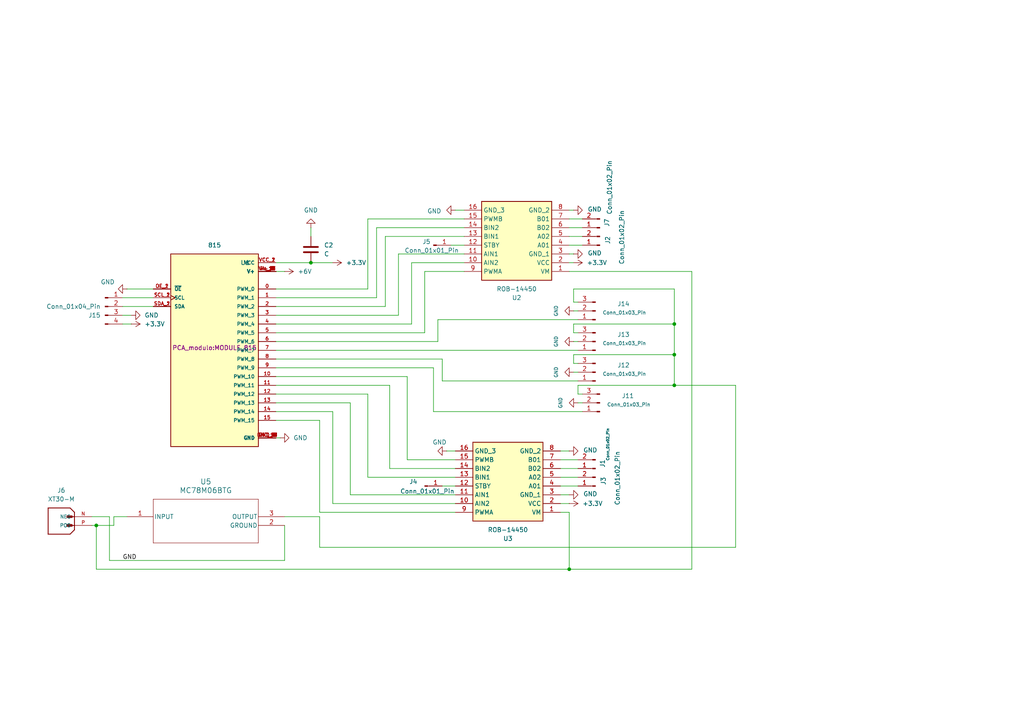
<source format=kicad_sch>
(kicad_sch (version 20250114) (generator "eeschema") (generator_version "9.0")
  (paper "A4")
  (lib_symbols
    (symbol "Connector:Conn_01x01_Pin" (pin_names (offset 1.016) (hide yes))
      (property "Reference" "J" (at 0 2.54 0))
      (property "Value" "Conn_01x01_Pin" (at 0 -2.54 0))
      (symbol "Conn_01x01_Pin_1_1"
        (rectangle (start 0.8636 0.127) (end 0 -0.127) (stroke (width 0.1524)) (fill (type outline)))
        (polyline (pts (xy 1.27 0) (xy 0.8636 0)) (stroke (width 0.1524)))
        (pin passive line (at 5.08 0 180) (length 3.81) (name "Pin_1") (number "1"))
      )
    )
    (symbol "Connector:Conn_01x02_Pin" (pin_names (offset 1.016) (hide yes))
      (property "Reference" "J" (at 0 2.54 0))
      (property "Value" "Conn_01x02_Pin" (at 0 -5.08 0))
      (symbol "Conn_01x02_Pin_1_1"
        (rectangle (start 0.8636 0.127) (end 0 -0.127) (stroke (width 0.1524)) (fill (type outline)))
        (rectangle (start 0.8636 -2.413) (end 0 -2.667) (stroke (width 0.1524)) (fill (type outline)))
        (polyline (pts (xy 1.27 0) (xy 0.8636 0)) (stroke (width 0.1524)))
        (polyline (pts (xy 1.27 -2.54) (xy 0.8636 -2.54)) (stroke (width 0.1524)))
        (pin passive line (at 5.08 0 180) (length 3.81) (name "Pin_1") (number "1"))
        (pin passive line (at 5.08 -2.54 180) (length 3.81) (name "Pin_2") (number "2"))
      )
    )
    (symbol "Connector:Conn_01x03_Pin" (pin_names (offset 1.016) (hide yes))
      (property "Reference" "J" (at 0 5.08 0))
      (property "Value" "Conn_01x03_Pin" (at 0 -5.08 0))
      (symbol "Conn_01x03_Pin_1_1"
        (rectangle (start 0.8636 2.667) (end 0 2.413) (stroke (width 0.1524)) (fill (type outline)))
        (rectangle (start 0.8636 0.127) (end 0 -0.127) (stroke (width 0.1524)) (fill (type outline)))
        (rectangle (start 0.8636 -2.413) (end 0 -2.667) (stroke (width 0.1524)) (fill (type outline)))
        (polyline (pts (xy 1.27 2.54) (xy 0.8636 2.54)) (stroke (width 0.1524)))
        (polyline (pts (xy 1.27 0) (xy 0.8636 0)) (stroke (width 0.1524)))
        (polyline (pts (xy 1.27 -2.54) (xy 0.8636 -2.54)) (stroke (width 0.1524)))
        (pin passive line (at 5.08 2.54 180) (length 3.81) (name "Pin_1") (number "1"))
        (pin passive line (at 5.08 0 180) (length 3.81) (name "Pin_2") (number "2"))
        (pin passive line (at 5.08 -2.54 180) (length 3.81) (name "Pin_3") (number "3"))
      )
    )
    (symbol "Connector:Conn_01x04_Pin" (pin_names (offset 1.016) (hide yes))
      (property "Reference" "J" (at 0 5.08 0))
      (property "Value" "Conn_01x04_Pin" (at 0 -7.62 0))
      (symbol "Conn_01x04_Pin_1_1"
        (rectangle (start 0.8636 2.667) (end 0 2.413) (stroke (width 0.1524)) (fill (type outline)))
        (rectangle (start 0.8636 0.127) (end 0 -0.127) (stroke (width 0.1524)) (fill (type outline)))
        (rectangle (start 0.8636 -2.413) (end 0 -2.667) (stroke (width 0.1524)) (fill (type outline)))
        (rectangle (start 0.8636 -4.953) (end 0 -5.207) (stroke (width 0.1524)) (fill (type outline)))
        (polyline (pts (xy 1.27 2.54) (xy 0.8636 2.54)) (stroke (width 0.1524)))
        (polyline (pts (xy 1.27 0) (xy 0.8636 0)) (stroke (width 0.1524)))
        (polyline (pts (xy 1.27 -2.54) (xy 0.8636 -2.54)) (stroke (width 0.1524)))
        (polyline (pts (xy 1.27 -5.08) (xy 0.8636 -5.08)) (stroke (width 0.1524)))
        (pin passive line (at 5.08 2.54 180) (length 3.81) (name "Pin_1") (number "1"))
        (pin passive line (at 5.08 0 180) (length 3.81) (name "Pin_2") (number "2"))
        (pin passive line (at 5.08 -2.54 180) (length 3.81) (name "Pin_3") (number "3"))
        (pin passive line (at 5.08 -5.08 180) (length 3.81) (name "Pin_4") (number "4"))
      )
    )
    (symbol "Device:C" (pin_numbers (hide yes)) (pin_names (offset 0.254))
      (property "Reference" "C" (at 0.635 2.54 0))
      (property "Value" "C" (at 0.635 -2.54 0))
      (symbol "C_0_1"
        (polyline (pts (xy -2.032 0.762) (xy 2.032 0.762)) (stroke (width 0.508)))
        (polyline (pts (xy -2.032 -0.762) (xy 2.032 -0.762)) (stroke (width 0.508)))
      )
      (symbol "C_1_1"
        (pin passive line (at 0 3.81 270) (length 2.794) (name "~") (number "1"))
        (pin passive line (at 0 -3.81 90) (length 2.794) (name "~") (number "2"))
      )
    )
    (symbol "MC78M06:MC78M06BTG" (pin_names (offset 0.254))
      (property "Reference" "U" (at 22.86 10.16 0))
      (property "Value" "MC78M06BTG" (at 22.86 7.62 0))
      (symbol "MC78M06BTG_0_1"
        (polyline (pts (xy 7.62 5.08) (xy 7.62 -7.62)) (stroke (width 0.127)))
        (polyline (pts (xy 7.62 -7.62) (xy 38.1 -7.62)) (stroke (width 0.127)))
        (polyline (pts (xy 38.1 5.08) (xy 7.62 5.08)) (stroke (width 0.127)))
        (polyline (pts (xy 38.1 -7.62) (xy 38.1 5.08)) (stroke (width 0.127)))
        (pin input line (at 0 0 0) (length 7.62) (name "INPUT") (number "1"))
        (pin output line (at 45.72 0 180) (length 7.62) (name "OUTPUT") (number "3"))
        (pin power_in line (at 45.72 -2.54 180) (length 7.62) (name "GROUND") (number "2"))
      )
    )
    (symbol "PCA9685_modulo:815" (pin_names (offset 1.016))
      (property "Reference" "U" (at -12.7 28.702 0))
      (property "Value" "815" (at -12.7 -30.48 0))
      (symbol "815_0_0"
        (rectangle (start -12.7 -27.94) (end 12.7 27.94) (stroke (width 0.254)) (fill (type background)))
        (pin input line (at -17.78 17.78 0) (length 5.08) (name "~{OE}") (number "OE_1"))
        (pin input line (at -17.78 17.78 0) (length 5.08) (name "~{OE}") (number "OE_2"))
        (pin input clock (at -17.78 15.24 0) (length 5.08) (name "SCL") (number "SCL_1"))
        (pin input clock (at -17.78 15.24 0) (length 5.08) (name "SCL") (number "SCL_2"))
        (pin bidirectional line (at -17.78 12.7 0) (length 5.08) (name "SDA") (number "SDA_1"))
        (pin bidirectional line (at -17.78 12.7 0) (length 5.08) (name "SDA") (number "SDA_2"))
        (pin power_in line (at 17.78 25.4 180) (length 5.08) (name "VCC") (number "VCC_1"))
        (pin power_in line (at 17.78 25.4 180) (length 5.08) (name "VCC") (number "VCC_2"))
        (pin power_in line (at 17.78 22.86 180) (length 5.08) (name "V+") (number "V+_1"))
        (pin power_in line (at 17.78 22.86 180) (length 5.08) (name "V+") (number "V+_10"))
        (pin power_in line (at 17.78 22.86 180) (length 5.08) (name "V+") (number "V+_11"))
        (pin power_in line (at 17.78 22.86 180) (length 5.08) (name "V+") (number "V+_12"))
        (pin power_in line (at 17.78 22.86 180) (length 5.08) (name "V+") (number "V+_13"))
        (pin power_in line (at 17.78 22.86 180) (length 5.08) (name "V+") (number "V+_14"))
        (pin power_in line (at 17.78 22.86 180) (length 5.08) (name "V+") (number "V+_15"))
        (pin power_in line (at 17.78 22.86 180) (length 5.08) (name "V+") (number "V+_16"))
        (pin power_in line (at 17.78 22.86 180) (length 5.08) (name "V+") (number "V+_17"))
        (pin power_in line (at 17.78 22.86 180) (length 5.08) (name "V+") (number "V+_18"))
        (pin power_in line (at 17.78 22.86 180) (length 5.08) (name "V+") (number "V+_2"))
        (pin power_in line (at 17.78 22.86 180) (length 5.08) (name "V+") (number "V+_3"))
        (pin power_in line (at 17.78 22.86 180) (length 5.08) (name "V+") (number "V+_4"))
        (pin power_in line (at 17.78 22.86 180) (length 5.08) (name "V+") (number "V+_5"))
        (pin power_in line (at 17.78 22.86 180) (length 5.08) (name "V+") (number "V+_6"))
        (pin power_in line (at 17.78 22.86 180) (length 5.08) (name "V+") (number "V+_7"))
        (pin power_in line (at 17.78 22.86 180) (length 5.08) (name "V+") (number "V+_8"))
        (pin power_in line (at 17.78 22.86 180) (length 5.08) (name "V+") (number "V+_9"))
        (pin output line (at 17.78 17.78 180) (length 5.08) (name "PWM_0") (number "0"))
        (pin output line (at 17.78 15.24 180) (length 5.08) (name "PWM_1") (number "1"))
        (pin output line (at 17.78 12.7 180) (length 5.08) (name "PWM_2") (number "2"))
        (pin output line (at 17.78 10.16 180) (length 5.08) (name "PWM_3") (number "3"))
        (pin output line (at 17.78 7.62 180) (length 5.08) (name "PWM_4") (number "4"))
        (pin output line (at 17.78 5.08 180) (length 5.08) (name "PWM_5") (number "5"))
        (pin output line (at 17.78 2.54 180) (length 5.08) (name "PWM_6") (number "6"))
        (pin output line (at 17.78 0 180) (length 5.08) (name "PWM_7") (number "7"))
        (pin output line (at 17.78 -2.54 180) (length 5.08) (name "PWM_8") (number "8"))
        (pin output line (at 17.78 -5.08 180) (length 5.08) (name "PWM_9") (number "9"))
        (pin output line (at 17.78 -7.62 180) (length 5.08) (name "PWM_10") (number "10"))
        (pin output line (at 17.78 -10.16 180) (length 5.08) (name "PWM_11") (number "11"))
        (pin output line (at 17.78 -12.7 180) (length 5.08) (name "PWM_12") (number "12"))
        (pin output line (at 17.78 -15.24 180) (length 5.08) (name "PWM_13") (number "13"))
        (pin output line (at 17.78 -17.78 180) (length 5.08) (name "PWM_14") (number "14"))
        (pin output line (at 17.78 -20.32 180) (length 5.08) (name "PWM_15") (number "15"))
        (pin power_in line (at 17.78 -25.4 180) (length 5.08) (name "GND") (number "GND_1"))
        (pin power_in line (at 17.78 -25.4 180) (length 5.08) (name "GND") (number "GND_10"))
        (pin power_in line (at 17.78 -25.4 180) (length 5.08) (name "GND") (number "GND_11"))
        (pin power_in line (at 17.78 -25.4 180) (length 5.08) (name "GND") (number "GND_12"))
        (pin power_in line (at 17.78 -25.4 180) (length 5.08) (name "GND") (number "GND_13"))
        (pin power_in line (at 17.78 -25.4 180) (length 5.08) (name "GND") (number "GND_14"))
        (pin power_in line (at 17.78 -25.4 180) (length 5.08) (name "GND") (number "GND_15"))
        (pin power_in line (at 17.78 -25.4 180) (length 5.08) (name "GND") (number "GND_16"))
        (pin power_in line (at 17.78 -25.4 180) (length 5.08) (name "GND") (number "GND_17"))
        (pin power_in line (at 17.78 -25.4 180) (length 5.08) (name "GND") (number "GND_18"))
        (pin power_in line (at 17.78 -25.4 180) (length 5.08) (name "GND") (number "GND_2"))
        (pin power_in line (at 17.78 -25.4 180) (length 5.08) (name "GND") (number "GND_3"))
        (pin power_in line (at 17.78 -25.4 180) (length 5.08) (name "GND") (number "GND_4"))
        (pin power_in line (at 17.78 -25.4 180) (length 5.08) (name "GND") (number "GND_5"))
        (pin power_in line (at 17.78 -25.4 180) (length 5.08) (name "GND") (number "GND_6"))
        (pin power_in line (at 17.78 -25.4 180) (length 5.08) (name "GND") (number "GND_7"))
        (pin power_in line (at 17.78 -25.4 180) (length 5.08) (name "GND") (number "GND_8"))
        (pin power_in line (at 17.78 -25.4 180) (length 5.08) (name "GND") (number "GND_9"))
      )
    )
    (symbol "ROB-14450:ROB-14450"
      (property "Reference" "U" (at 26.67 7.62 0))
      (property "Value" "ROB-14450" (at 26.67 5.08 0))
      (symbol "ROB-14450_1_1"
        (rectangle (start 5.08 2.54) (end 25.4 -20.32) (stroke (width 0.254)) (fill (type background)))
        (pin passive line (at 0 0 0) (length 5.08) (name "VM") (number "1"))
        (pin passive line (at 0 -2.54 0) (length 5.08) (name "VCC") (number "2"))
        (pin passive line (at 0 -5.08 0) (length 5.08) (name "GND_1") (number "3"))
        (pin passive line (at 0 -7.62 0) (length 5.08) (name "A01") (number "4"))
        (pin passive line (at 0 -10.16 0) (length 5.08) (name "A02") (number "5"))
        (pin passive line (at 0 -12.7 0) (length 5.08) (name "B02") (number "6"))
        (pin passive line (at 0 -15.24 0) (length 5.08) (name "B01") (number "7"))
        (pin passive line (at 0 -17.78 0) (length 5.08) (name "GND_2") (number "8"))
        (pin passive line (at 30.48 0 180) (length 5.08) (name "PWMA") (number "9"))
        (pin passive line (at 30.48 -2.54 180) (length 5.08) (name "AIN2") (number "10"))
        (pin passive line (at 30.48 -5.08 180) (length 5.08) (name "AIN1") (number "11"))
        (pin passive line (at 30.48 -7.62 180) (length 5.08) (name "STBY") (number "12"))
        (pin passive line (at 30.48 -10.16 180) (length 5.08) (name "BIN1") (number "13"))
        (pin passive line (at 30.48 -12.7 180) (length 5.08) (name "BIN2") (number "14"))
        (pin passive line (at 30.48 -15.24 180) (length 5.08) (name "PWMB") (number "15"))
        (pin passive line (at 30.48 -17.78 180) (length 5.08) (name "GND_3") (number "16"))
      )
    )
    (symbol "XT60:XT60-M" (pin_names (offset 1.016))
      (property "Reference" "J" (at 0 6.35 0))
      (property "Value" "XT60-M" (at 0 -5.08 0))
      (symbol "XT60-M_0_0"
        (polyline (pts (xy 0 3.81) (xy 0 2.54)) (stroke (width 0.254)))
        (polyline (pts (xy 0 3.81) (xy 1.27 5.08)) (stroke (width 0.254)))
        (polyline (pts (xy 0 2.54) (xy 0 -1.27)) (stroke (width 0.254)))
        (polyline (pts (xy 0 2.54) (xy 1.905 2.54)) (stroke (width 0.254)))
        (polyline (pts (xy 0 0) (xy 1.905 0)) (stroke (width 0.254)))
        (polyline (pts (xy 0 -1.27) (xy 1.27 -2.54)) (stroke (width 0.254)))
        (rectangle (start 0.635 2.2225) (end 2.2225 2.8575) (stroke (width 0.1)) (fill (type outline)))
        (rectangle (start 0.635 -0.3175) (end 2.2225 0.3175) (stroke (width 0.1)) (fill (type outline)))
        (polyline (pts (xy 1.27 -2.54) (xy 7.62 -2.54)) (stroke (width 0.254)))
        (polyline (pts (xy 7.62 5.08) (xy 1.27 5.08)) (stroke (width 0.254)))
        (polyline (pts (xy 7.62 -2.54) (xy 7.62 5.08)) (stroke (width 0.254)))
        (pin passive line (at -5.08 2.54 0) (length 5.08) (name "POS") (number "P"))
        (pin passive line (at -5.08 0 0) (length 5.08) (name "NEG") (number "N"))
      )
    )
    (symbol "power:+3.3V" (power) (pin_numbers (hide yes)) (pin_names (offset 0) (hide yes))
      (property "Value" "+3.3V" (at 0 3.556 0))
      (symbol "+3.3V_0_1"
        (polyline (pts (xy -0.762 1.27) (xy 0 2.54)))
        (polyline (pts (xy 0 2.54) (xy 0.762 1.27)))
        (polyline (pts (xy 0 0) (xy 0 2.54)))
      )
      (symbol "+3.3V_1_1"
        (pin power_in line (at 0 0 90) (length 0) (name "~") (number "1"))
      )
    )
    (symbol "power:+6V" (power) (pin_numbers (hide yes)) (pin_names (offset 0) (hide yes))
      (property "Value" "+6V" (at 0 3.556 0))
      (symbol "+6V_0_1"
        (polyline (pts (xy -0.762 1.27) (xy 0 2.54)))
        (polyline (pts (xy 0 2.54) (xy 0.762 1.27)))
        (polyline (pts (xy 0 0) (xy 0 2.54)))
      )
      (symbol "+6V_1_1"
        (pin power_in line (at 0 0 90) (length 0) (name "~") (number "1"))
      )
    )
    (symbol "power:GND" (power) (pin_numbers (hide yes)) (pin_names (offset 0) (hide yes))
      (property "Value" "GND" (at 0 -3.81 0))
      (symbol "GND_0_1"
        (polyline (pts (xy 0 0) (xy 0 -1.27) (xy 1.27 -1.27) (xy 0 -2.54) (xy -1.27 -1.27) (xy 0 -1.27)))
      )
      (symbol "GND_1_1"
        (pin power_in line (at 0 0 270) (length 0) (name "~") (number "1"))
      )
    )
  )
  (junction (at 195.58 102.87))
  (junction (at 195.58 111.76))
  (junction (at 27.94 152.4))
  (junction (at 195.58 93.98))
  (junction (at 90.17 76.2))
  (junction (at 165.1 165.1))
  (wire (pts (xy 200.66 165.1) (xy 165.1 165.1)))
  (wire (pts (xy 166.37 99.06) (xy 167.64 99.06)))
  (wire (pts (xy 166.37 83.82) (xy 166.37 87.63)))
  (wire (pts (xy 166.37 87.63) (xy 167.64 87.63)))
  (wire (pts (xy 106.68 138.43) (xy 106.68 114.3)))
  (wire (pts (xy 166.37 93.98) (xy 195.58 93.98)))
  (wire (pts (xy 80.01 127) (xy 81.28 127)))
  (wire (pts (xy 106.68 114.3) (xy 80.01 114.3)))
  (wire (pts (xy 90.17 76.2) (xy 96.52 76.2)))
  (wire (pts (xy 162.56 135.89) (xy 167.64 135.89)))
  (wire (pts (xy 80.01 101.6) (xy 167.64 101.6)))
  (wire (pts (xy 213.36 111.76) (xy 195.58 111.76)))
  (wire (pts (xy 80.01 76.2) (xy 90.17 76.2)))
  (wire (pts (xy 106.68 63.5) (xy 134.62 63.5)))
  (wire (pts (xy 125.73 119.38) (xy 125.73 106.68)))
  (wire (pts (xy 162.56 130.81) (xy 165.1 130.81)))
  (wire (pts (xy 134.62 73.66) (xy 115.57 73.66)))
  (wire (pts (xy 167.64 116.84) (xy 168.91 116.84)))
  (wire (pts (xy 165.1 143.51) (xy 162.56 143.51)))
  (wire (pts (xy 92.71 158.75) (xy 213.36 158.75)))
  (wire (pts (xy 33.02 152.4) (xy 27.94 152.4)))
  (wire (pts (xy 132.08 143.51) (xy 101.6 143.51)))
  (wire (pts (xy 35.56 93.98) (xy 38.1 93.98)))
  (wire (pts (xy 92.71 121.92) (xy 92.71 148.59)))
  (wire (pts (xy 96.52 146.05) (xy 132.08 146.05)))
  (wire (pts (xy 130.81 71.12) (xy 134.62 71.12)))
  (wire (pts (xy 134.62 66.04) (xy 109.22 66.04)))
  (wire (pts (xy 111.76 88.9) (xy 80.01 88.9)))
  (wire (pts (xy 165.1 68.58) (xy 168.91 68.58)))
  (wire (pts (xy 195.58 111.76) (xy 195.58 102.87)))
  (wire (pts (xy 167.64 92.71) (xy 127 92.71)))
  (wire (pts (xy 166.37 102.87) (xy 195.58 102.87)))
  (wire (pts (xy 123.19 78.74) (xy 134.62 78.74)))
  (wire (pts (xy 80.01 93.98) (xy 119.38 93.98)))
  (wire (pts (xy 162.56 148.59) (xy 165.1 148.59)))
  (wire (pts (xy 92.71 149.86) (xy 82.55 149.86)))
  (wire (pts (xy 92.71 158.75) (xy 92.71 149.86)))
  (wire (pts (xy 27.94 152.4) (xy 26.67 152.4)))
  (wire (pts (xy 35.56 88.9) (xy 44.45 88.9)))
  (wire (pts (xy 166.37 76.2) (xy 165.1 76.2)))
  (wire (pts (xy 31.75 162.56) (xy 82.55 162.56)))
  (wire (pts (xy 162.56 140.97) (xy 167.64 140.97)))
  (wire (pts (xy 128.27 104.14) (xy 80.01 104.14)))
  (wire (pts (xy 96.52 119.38) (xy 96.52 146.05)))
  (wire (pts (xy 119.38 93.98) (xy 119.38 76.2)))
  (wire (pts (xy 111.76 68.58) (xy 111.76 88.9)))
  (wire (pts (xy 109.22 66.04) (xy 109.22 86.36)))
  (wire (pts (xy 165.1 78.74) (xy 200.66 78.74)))
  (wire (pts (xy 129.54 130.81) (xy 132.08 130.81)))
  (wire (pts (xy 123.19 96.52) (xy 80.01 96.52)))
  (wire (pts (xy 128.27 110.49) (xy 167.64 110.49)))
  (wire (pts (xy 127 92.71) (xy 127 99.06)))
  (wire (pts (xy 106.68 83.82) (xy 106.68 63.5)))
  (wire (pts (xy 132.08 133.35) (xy 118.11 133.35)))
  (wire (pts (xy 36.83 83.82) (xy 44.45 83.82)))
  (wire (pts (xy 165.1 165.1) (xy 27.94 165.1)))
  (wire (pts (xy 80.01 99.06) (xy 127 99.06)))
  (wire (pts (xy 165.1 71.12) (xy 168.91 71.12)))
  (wire (pts (xy 132.08 138.43) (xy 106.68 138.43)))
  (wire (pts (xy 166.37 96.52) (xy 166.37 93.98)))
  (wire (pts (xy 35.56 86.36) (xy 44.45 86.36)))
  (wire (pts (xy 115.57 91.44) (xy 80.01 91.44)))
  (wire (pts (xy 115.57 73.66) (xy 115.57 91.44)))
  (wire (pts (xy 80.01 106.68) (xy 125.73 106.68)))
  (wire (pts (xy 213.36 158.75) (xy 213.36 111.76)))
  (wire (pts (xy 80.01 111.76) (xy 113.03 111.76)))
  (wire (pts (xy 92.71 148.59) (xy 132.08 148.59)))
  (wire (pts (xy 82.55 162.56) (xy 82.55 152.4)))
  (wire (pts (xy 165.1 60.96) (xy 166.37 60.96)))
  (wire (pts (xy 168.91 119.38) (xy 125.73 119.38)))
  (wire (pts (xy 167.64 114.3) (xy 167.64 111.76)))
  (wire (pts (xy 166.37 73.66) (xy 165.1 73.66)))
  (wire (pts (xy 123.19 78.74) (xy 123.19 96.52)))
  (wire (pts (xy 166.37 107.95) (xy 167.64 107.95)))
  (wire (pts (xy 165.1 148.59) (xy 165.1 165.1)))
  (wire (pts (xy 33.02 149.86) (xy 33.02 152.4)))
  (wire (pts (xy 118.11 109.22) (xy 80.01 109.22)))
  (wire (pts (xy 80.01 119.38) (xy 96.52 119.38)))
  (wire (pts (xy 27.94 165.1) (xy 27.94 152.4)))
  (wire (pts (xy 31.75 149.86) (xy 26.67 149.86)))
  (wire (pts (xy 109.22 86.36) (xy 80.01 86.36)))
  (wire (pts (xy 195.58 102.87) (xy 195.58 93.98)))
  (wire (pts (xy 165.1 146.05) (xy 162.56 146.05)))
  (wire (pts (xy 33.02 149.86) (xy 36.83 149.86)))
  (wire (pts (xy 166.37 96.52) (xy 167.64 96.52)))
  (wire (pts (xy 113.03 111.76) (xy 113.03 135.89)))
  (wire (pts (xy 113.03 135.89) (xy 132.08 135.89)))
  (wire (pts (xy 162.56 133.35) (xy 167.64 133.35)))
  (wire (pts (xy 128.27 104.14) (xy 128.27 110.49)))
  (wire (pts (xy 167.64 111.76) (xy 195.58 111.76)))
  (wire (pts (xy 200.66 78.74) (xy 200.66 165.1)))
  (wire (pts (xy 119.38 76.2) (xy 134.62 76.2)))
  (wire (pts (xy 101.6 143.51) (xy 101.6 116.84)))
  (wire (pts (xy 165.1 66.04) (xy 168.91 66.04)))
  (wire (pts (xy 118.11 133.35) (xy 118.11 109.22)))
  (wire (pts (xy 31.75 162.56) (xy 31.75 149.86)))
  (wire (pts (xy 128.27 140.97) (xy 132.08 140.97)))
  (wire (pts (xy 167.64 114.3) (xy 168.91 114.3)))
  (wire (pts (xy 90.17 66.04) (xy 90.17 68.58)))
  (wire (pts (xy 134.62 60.96) (xy 132.08 60.96)))
  (wire (pts (xy 195.58 83.82) (xy 166.37 83.82)))
  (wire (pts (xy 165.1 63.5) (xy 168.91 63.5)))
  (wire (pts (xy 80.01 83.82) (xy 106.68 83.82)))
  (wire (pts (xy 166.37 90.17) (xy 167.64 90.17)))
  (wire (pts (xy 166.37 105.41) (xy 166.37 102.87)))
  (wire (pts (xy 134.62 68.58) (xy 111.76 68.58)))
  (wire (pts (xy 195.58 93.98) (xy 195.58 83.82)))
  (wire (pts (xy 35.56 91.44) (xy 38.1 91.44)))
  (wire (pts (xy 101.6 116.84) (xy 80.01 116.84)))
  (wire (pts (xy 166.37 105.41) (xy 167.64 105.41)))
  (wire (pts (xy 80.01 78.74) (xy 82.55 78.74)))
  (wire (pts (xy 162.56 138.43) (xy 167.64 138.43)))
  (wire (pts (xy 80.01 121.92) (xy 92.71 121.92)))
  (label "GND" (at 35.56 162.56 0))
  (symbol (lib_id "Connector:Conn_01x02_Pin") (at 172.72 140.97 180) (unit 1)
    (property "Reference" "J3" (at 175.006 140.716 90) (effects (justify right)))
    (property "Value" "Conn_01x02_Pin" (at 179.07 146.558 90) (effects (justify right)))
    (property "Footprint" "Connector_JST:JST_XH_B2B-XH-A_1x02_P2.50mm_Vertical" (effects (hide yes)))
    (property "Description" "Generic connector, single row, 01x02, script generated" (effects (hide yes)))
  )
  (symbol (lib_id "power:+3.3V") (at 38.1 93.98 270) (unit 1)
    (property "Reference" "#PWR051" (effects (hide yes)))
    (property "Value" "+3.3V" (at 41.91 93.9801 90) (effects (justify left)))
    (property "Description" "Power symbol creates a global label with name \"+3.3V\"" (effects (hide yes)))
  )
  (symbol (lib_id "Connector:Conn_01x03_Pin") (at 172.72 107.95 180) (unit 1)
    (property "Reference" "J12" (at 180.848 105.918 0))
    (property "Value" "Conn_01x03_Pin" (at 181.102 108.458 0) (effects (font (size 1.016 1.016))))
    (property "Footprint" "Connector_JST:JST_XH_B3B-XH-A_1x03_P2.50mm_Vertical" (effects (hide yes)))
    (property "Description" "Generic connector, single row, 01x03, script generated" (effects (hide yes)))
  )
  (symbol (lib_id "power:GND") (at 166.37 73.66 90) (unit 1)
    (property "Reference" "#PWR033" (effects (hide yes)))
    (property "Value" "GND" (at 170.434 73.406 90) (effects (justify right)))
    (property "Description" "Power symbol creates a global label with name \"GND\" , ground" (effects (hide yes)))
  )
  (symbol (lib_id "Device:C") (at 90.17 72.39 0) (unit 1)
    (property "Reference" "C2" (at 93.98 71.1199 0) (effects (justify left)))
    (property "Value" "C" (at 93.98 73.6599 0) (effects (justify left)))
    (property "Footprint" "Capacitor_THT:C_Radial_D6.3mm_H11.0mm_P2.50mm" (effects (hide yes)))
    (property "Description" "Unpolarized capacitor" (effects (hide yes)))
  )
  (symbol (lib_id "ROB-14450:ROB-14450") (at 162.56 148.59 180) (unit 1)
    (property "Reference" "U3" (at 147.32 156.21 0))
    (property "Value" "ROB-14450" (at 147.32 153.67 0))
    (property "Footprint" "ROB-14450:ROB14450" (effects (hide yes)))
    (property "Datasheet" "https://www.sparkfun.com/products/14450" (effects (hide yes)))
    (property "Description" "Power Management IC Development Tools SparkFun MotorDriver Dual TB6612FNG Head." (effects (hide yes)))
    (property "Height" "5" (effects (hide yes)))
    (property "Manufacturer_Name" "SparkFun" (effects (hide yes)))
    (property "Manufacturer_Part_Number" "ROB-14450" (effects (hide yes)))
    (property "Mouser Part Number" "474-ROB-14450" (effects (hide yes)))
    (property "Mouser Price/Stock" "https://www.mouser.co.uk/ProductDetail/SparkFun/ROB-14450?qs=wd5RIQLrsJhQdlH%2FW5H2aQ%3D%3D" (effects (hide yes)))
    (property "Arrow Part Number" "ROB-14450" (effects (hide yes)))
    (property "Arrow Price/Stock" "https://www.arrow.com/en/products/rob-14450/sparkfun-electronics?region=nac" (effects (hide yes)))
  )
  (symbol (lib_id "power:GND") (at 129.54 130.81 270) (unit 1)
    (property "Reference" "#PWR06" (effects (hide yes)))
    (property "Value" "GND" (at 129.54 128.27 90) (effects (justify right)))
    (property "Description" "Power symbol creates a global label with name \"GND\" , ground" (effects (hide yes)))
  )
  (symbol (lib_id "Connector:Conn_01x03_Pin") (at 172.72 90.17 180) (unit 1)
    (property "Reference" "J14" (at 180.848 88.138 0))
    (property "Value" "Conn_01x03_Pin" (at 181.102 90.678 0) (effects (font (size 1.016 1.016))))
    (property "Footprint" "Connector_JST:JST_XH_B3B-XH-A_1x03_P2.50mm_Vertical" (effects (hide yes)))
    (property "Description" "Generic connector, single row, 01x03, script generated" (effects (hide yes)))
  )
  (symbol (lib_id "power:+3.3V") (at 166.37 76.2 270) (unit 1)
    (property "Reference" "#PWR03" (effects (hide yes)))
    (property "Value" "+3.3V" (at 170.18 76.2001 90) (effects (justify left)))
    (property "Description" "Power symbol creates a global label with name \"+3.3V\"" (effects (hide yes)))
  )
  (symbol (lib_id "Connector:Conn_01x02_Pin") (at 172.72 135.89 180) (unit 1)
    (property "Reference" "J1" (at 174.752 135.636 90) (effects (justify right)))
    (property "Value" "Conn_01x02_Pin" (at 176.276 133.604 90) (effects (font (size 0.762 0.762)) (justify right)))
    (property "Footprint" "Connector_JST:JST_XH_B2B-XH-A_1x02_P2.50mm_Vertical" (effects (hide yes)))
    (property "Description" "Generic connector, single row, 01x02, script generated" (effects (hide yes)))
  )
  (symbol (lib_id "Connector:Conn_01x03_Pin") (at 172.72 99.06 180) (unit 1)
    (property "Reference" "J13" (at 180.848 97.028 0))
    (property "Value" "Conn_01x03_Pin" (at 181.102 99.568 0) (effects (font (size 1.016 1.016))))
    (property "Footprint" "Connector_JST:JST_XH_B3B-XH-A_1x03_P2.50mm_Vertical" (effects (hide yes)))
    (property "Description" "Generic connector, single row, 01x03, script generated" (effects (hide yes)))
  )
  (symbol (lib_id "power:GND") (at 36.83 83.82 270) (unit 1)
    (property "Reference" "#PWR050" (effects (hide yes)))
    (property "Value" "GND" (at 33.274 81.788 90) (effects (justify right)))
    (property "Description" "Power symbol creates a global label with name \"GND\" , ground" (effects (hide yes)))
  )
  (symbol (lib_id "power:GND") (at 81.28 127 90) (unit 1)
    (property "Reference" "#PWR02" (effects (hide yes)))
    (property "Value" "GND" (at 85.09 126.9999 90) (effects (justify right)))
    (property "Description" "Power symbol creates a global label with name \"GND\" , ground" (effects (hide yes)))
  )
  (symbol (lib_id "power:GND") (at 166.37 107.95 270) (unit 1)
    (property "Reference" "#PWR044" (effects (hide yes)))
    (property "Value" "GND" (at 161.29 107.95 0) (effects (font (size 1.016 1.016))))
    (property "Description" "Power symbol creates a global label with name \"GND\" , ground" (effects (hide yes)))
  )
  (symbol (lib_id "power:GND") (at 166.37 60.96 90) (unit 1)
    (property "Reference" "#PWR04" (effects (hide yes)))
    (property "Value" "GND" (at 170.434 60.706 90) (effects (justify right)))
    (property "Description" "Power symbol creates a global label with name \"GND\" , ground" (effects (hide yes)))
  )
  (symbol (lib_id "PCA9685_modulo:815") (at 62.23 101.6 0) (unit 1)
    (property "Reference" "U1" (at 71.12 76.2 0))
    (property "Value" "815" (at 62.23 71.12 0))
    (property "Footprint" "PCA_modulo:MODULE_815" (at 62.23 101.6 0) (effects (justify bottom)))
    (property "MF" "Adafruit" (effects (hide yes)))
    (property "SNAPEDA_PACKAGE_ID" "124074" (effects (hide yes)))
    (property "Package" "Non-Standard Adafruit" (effects (hide yes)))
    (property "Price" "None" (effects (hide yes)))
    (property "Check_prices" "https://www.snapeda.com/parts/815/Adafruit+Industries/view-part/?ref=eda" (effects (hide yes)))
    (property "STANDARD" "Manufacturer Recommendations" (effects (hide yes)))
    (property "PARTREV" "C" (effects (hide yes)))
    (property "SnapEDA_Link" "https://www.snapeda.com/parts/815/Adafruit+Industries/view-part/?ref=snap" (effects (hide yes)))
    (property "MP" "815" (effects (hide yes)))
    (property "Description_1" "Adafruit 16-Channel 12-bit PWM/Servo Driver - I2C interface - PCA9685" (effects (hide yes)))
    (property "MANUFACTURER" "Adafruit" (effects (hide yes)))
    (property "Availability" "In Stock" (effects (hide yes)))
    (property "MAXIMUM_PACKAGE_HEIGHT" "N/A" (effects (hide yes)))
  )
  (symbol (lib_id "power:GND") (at 165.1 130.81 90) (unit 1)
    (property "Reference" "#PWR07" (effects (hide yes)))
    (property "Value" "GND" (at 169.164 130.556 90) (effects (justify right)))
    (property "Description" "Power symbol creates a global label with name \"GND\" , ground" (effects (hide yes)))
  )
  (symbol (lib_id "ROB-14450:ROB-14450") (at 165.1 78.74 180) (unit 1)
    (property "Reference" "U2" (at 149.86 86.36 0))
    (property "Value" "ROB-14450" (at 149.86 83.82 0))
    (property "Footprint" "ROB-14450:ROB14450" (effects (hide yes)))
    (property "Datasheet" "https://www.sparkfun.com/products/14450" (effects (hide yes)))
    (property "Description" "Power Management IC Development Tools SparkFun MotorDriver Dual TB6612FNG Head." (effects (hide yes)))
    (property "Height" "5" (effects (hide yes)))
    (property "Manufacturer_Name" "SparkFun" (effects (hide yes)))
    (property "Manufacturer_Part_Number" "ROB-14450" (effects (hide yes)))
    (property "Mouser Part Number" "474-ROB-14450" (effects (hide yes)))
    (property "Mouser Price/Stock" "https://www.mouser.co.uk/ProductDetail/SparkFun/ROB-14450?qs=wd5RIQLrsJhQdlH%2FW5H2aQ%3D%3D" (effects (hide yes)))
    (property "Arrow Part Number" "ROB-14450" (effects (hide yes)))
    (property "Arrow Price/Stock" "https://www.arrow.com/en/products/rob-14450/sparkfun-electronics?region=nac" (effects (hide yes)))
  )
  (symbol (lib_id "Connector:Conn_01x01_Pin") (at 125.73 71.12 0) (unit 1)
    (property "Reference" "J5" (at 123.698 70.104 0))
    (property "Value" "Conn_01x01_Pin" (at 125.222 72.644 0))
    (property "Footprint" "Connector_PinHeader_2.54mm:PinHeader_1x01_P2.54mm_Vertical" (effects (hide yes)))
    (property "Description" "Generic connector, single row, 01x01, script generated" (effects (hide yes)))
  )
  (symbol (lib_id "XT60:XT60-M") (at 21.59 149.86 180) (unit 1)
    (property "Reference" "J6" (at 17.78 142.24 0))
    (property "Value" "XT30-M" (at 17.78 144.78 0))
    (property "Footprint" "XT30:AMASS_XT30PW-M" (effects (hide yes)))
    (property "MF" "AMASS" (effects (hide yes)))
    (property "MAXIMUM_PACKAGE_HEIGHT" "16.00 mm" (effects (hide yes)))
    (property "Package" "Package" (effects (hide yes)))
    (property "Price" "None" (effects (hide yes)))
    (property "Check_prices" "https://www.snapeda.com/parts/XT60-M/AMASS/view-part/?ref=eda" (effects (hide yes)))
    (property "STANDARD" "IPC 7351B" (effects (hide yes)))
    (property "PARTREV" "V1.2" (effects (hide yes)))
    (property "SnapEDA_Link" "https://www.snapeda.com/parts/XT60-M/AMASS/view-part/?ref=snap" (effects (hide yes)))
    (property "MP" "XT60-M" (effects (hide yes)))
    (property "Description_1" "Plug; DC supply; XT60; male; PIN: 2; for cable; soldered; 30A; 500V" (effects (hide yes)))
    (property "Availability" "In Stock" (effects (hide yes)))
    (property "MANUFACTURER" "AMASS" (effects (hide yes)))
  )
  (symbol (lib_id "power:GND") (at 132.08 60.96 270) (unit 1)
    (property "Reference" "#PWR05" (effects (hide yes)))
    (property "Value" "GND" (at 128.016 61.214 90) (effects (justify right)))
    (property "Description" "Power symbol creates a global label with name \"GND\" , ground" (effects (hide yes)))
  )
  (symbol (lib_id "power:GND") (at 165.1 143.51 90) (unit 1)
    (property "Reference" "#PWR08" (effects (hide yes)))
    (property "Value" "GND" (at 169.164 143.256 90) (effects (justify right)))
    (property "Description" "Power symbol creates a global label with name \"GND\" , ground" (effects (hide yes)))
  )
  (symbol (lib_id "Connector:Conn_01x02_Pin") (at 173.99 66.04 180) (unit 1)
    (property "Reference" "J7" (at 176.022 65.786 90) (effects (justify right)))
    (property "Value" "Conn_01x02_Pin" (at 176.784 62.23 90) (effects (justify right)))
    (property "Footprint" "Connector_JST:JST_XH_B2B-XH-A_1x02_P2.50mm_Vertical" (effects (hide yes)))
    (property "Description" "Generic connector, single row, 01x02, script generated" (effects (hide yes)))
  )
  (symbol (lib_id "power:+6V") (at 82.55 78.74 270) (unit 1)
    (property "Reference" "#PWR058" (effects (hide yes)))
    (property "Value" "+6V" (at 86.36 78.7399 90) (effects (justify left)))
    (property "Description" "Power symbol creates a global label with name \"+6V\"" (effects (hide yes)))
  )
  (symbol (lib_id "Connector:Conn_01x04_Pin") (at 30.48 88.9 0) (unit 1)
    (property "Reference" "J15" (at 29.21 91.4401 0) (effects (justify right)))
    (property "Value" "Conn_01x04_Pin" (at 29.21 88.9001 0) (effects (justify right)))
    (property "Footprint" "Connector_JST:JST_XH_B4B-XH-A_1x04_P2.50mm_Vertical" (effects (hide yes)))
    (property "Description" "Generic connector, single row, 01x04, script generated" (effects (hide yes)))
  )
  (symbol (lib_id "Connector:Conn_01x02_Pin") (at 173.99 71.12 180) (unit 1)
    (property "Reference" "J2" (at 176.276 70.866 90) (effects (justify right)))
    (property "Value" "Conn_01x02_Pin" (at 180.34 76.708 90) (effects (justify right)))
    (property "Footprint" "Connector_JST:JST_XH_B2B-XH-A_1x02_P2.50mm_Vertical" (effects (hide yes)))
    (property "Description" "Generic connector, single row, 01x02, script generated" (effects (hide yes)))
  )
  (symbol (lib_id "power:GND") (at 167.64 116.84 270) (unit 1)
    (property "Reference" "#PWR042" (effects (hide yes)))
    (property "Value" "GND" (at 162.56 116.84 0) (effects (font (size 1.016 1.016))))
    (property "Description" "Power symbol creates a global label with name \"GND\" , ground" (effects (hide yes)))
  )
  (symbol (lib_id "MC78M06:MC78M06BTG") (at 36.83 149.86 0) (unit 1)
    (property "Reference" "U5" (at 59.69 139.7 0) (effects (font (size 1.524 1.524))))
    (property "Value" "MC78M06BTG" (at 59.69 142.24 0) (effects (font (size 1.524 1.524))))
    (property "Footprint" "MC78M06:TO220-3_ONS" (effects (hide yes)))
    (property "Datasheet" "MC78M06BTG" (effects (hide yes)))
  )
  (symbol (lib_id "power:+3.3V") (at 165.1 146.05 270) (unit 1)
    (property "Reference" "#PWR09" (effects (hide yes)))
    (property "Value" "+3.3V" (at 168.91 146.0501 90) (effects (justify left)))
    (property "Description" "Power symbol creates a global label with name \"+3.3V\"" (effects (hide yes)))
  )
  (symbol (lib_id "power:+3.3V") (at 96.52 76.2 270) (unit 1)
    (property "Reference" "#PWR057" (effects (hide yes)))
    (property "Value" "+3.3V" (at 100.33 76.1999 90) (effects (justify left)))
    (property "Description" "Power symbol creates a global label with name \"+3.3V\"" (effects (hide yes)))
  )
  (symbol (lib_id "power:GND") (at 166.37 90.17 270) (unit 1)
    (property "Reference" "#PWR048" (effects (hide yes)))
    (property "Value" "GND" (at 161.29 90.17 0) (effects (font (size 1.016 1.016))))
    (property "Description" "Power symbol creates a global label with name \"GND\" , ground" (effects (hide yes)))
  )
  (symbol (lib_id "power:GND") (at 38.1 91.44 90) (unit 1)
    (property "Reference" "#PWR052" (effects (hide yes)))
    (property "Value" "GND" (at 41.91 91.4401 90) (effects (justify right)))
    (property "Description" "Power symbol creates a global label with name \"GND\" , ground" (effects (hide yes)))
  )
  (symbol (lib_id "power:GND") (at 90.17 66.04 180) (unit 1)
    (property "Reference" "#PWR056" (effects (hide yes)))
    (property "Value" "GND" (at 90.17 60.96 0))
    (property "Description" "Power symbol creates a global label with name \"GND\" , ground" (effects (hide yes)))
  )
  (symbol (lib_id "Connector:Conn_01x01_Pin") (at 123.19 140.97 0) (unit 1)
    (property "Reference" "J4" (at 119.888 139.7 0))
    (property "Value" "Conn_01x01_Pin" (at 123.952 142.494 0))
    (property "Footprint" "Connector_PinHeader_2.54mm:PinHeader_1x01_P2.54mm_Vertical" (effects (hide yes)))
    (property "Description" "Generic connector, single row, 01x01, script generated" (effects (hide yes)))
  )
  (symbol (lib_id "power:GND") (at 166.37 99.06 270) (unit 1)
    (property "Reference" "#PWR046" (effects (hide yes)))
    (property "Value" "GND" (at 161.29 99.06 0) (effects (font (size 1.016 1.016))))
    (property "Description" "Power symbol creates a global label with name \"GND\" , ground" (effects (hide yes)))
  )
  (symbol (lib_id "Connector:Conn_01x03_Pin") (at 173.99 116.84 180) (unit 1)
    (property "Reference" "J11" (at 182.118 114.808 0))
    (property "Value" "Conn_01x03_Pin" (at 182.372 117.348 0) (effects (font (size 1.016 1.016))))
    (property "Footprint" "Connector_JST:JST_XH_B3B-XH-A_1x03_P2.50mm_Vertical" (effects (hide yes)))
    (property "Description" "Generic connector, single row, 01x03, script generated" (effects (hide yes)))
  )
)
</source>
